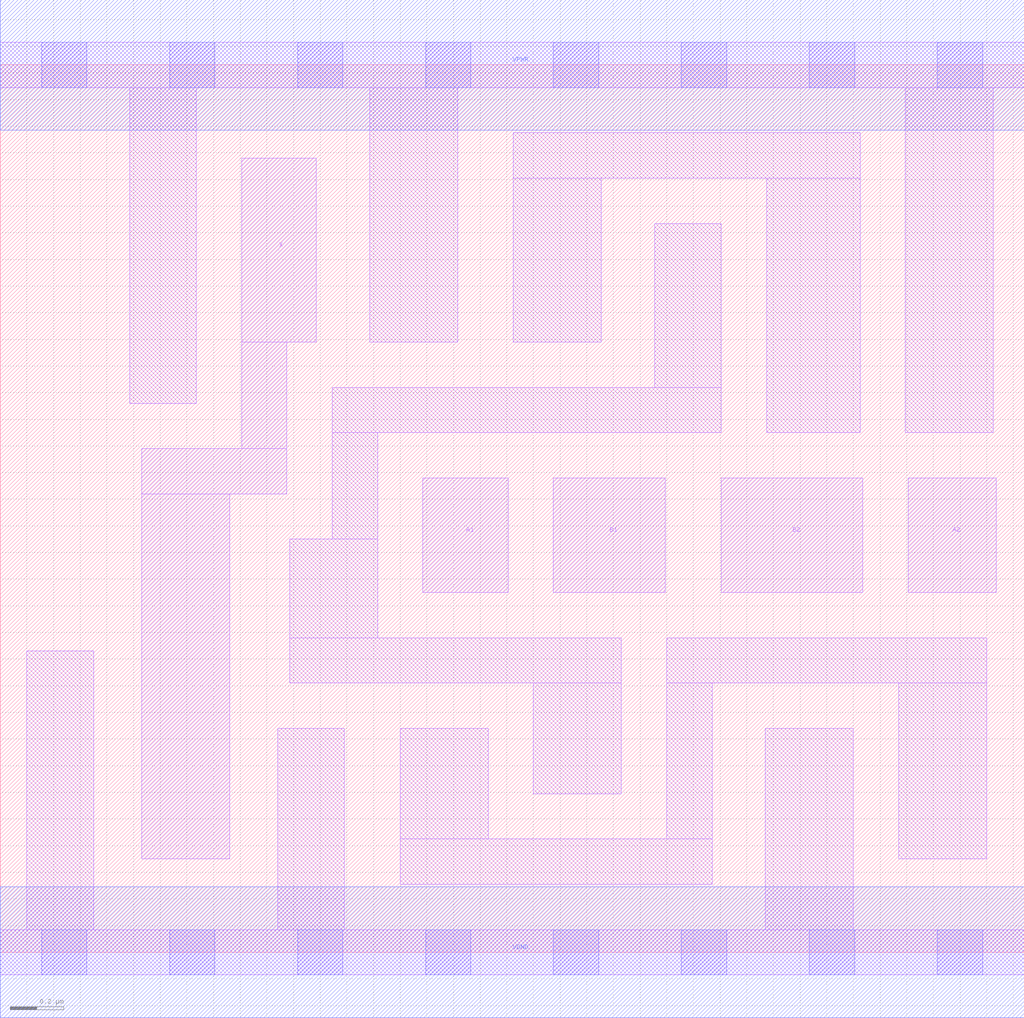
<source format=lef>
# Copyright 2020 The SkyWater PDK Authors
#
# Licensed under the Apache License, Version 2.0 (the "License");
# you may not use this file except in compliance with the License.
# You may obtain a copy of the License at
#
#     https://www.apache.org/licenses/LICENSE-2.0
#
# Unless required by applicable law or agreed to in writing, software
# distributed under the License is distributed on an "AS IS" BASIS,
# WITHOUT WARRANTIES OR CONDITIONS OF ANY KIND, either express or implied.
# See the License for the specific language governing permissions and
# limitations under the License.
#
# SPDX-License-Identifier: Apache-2.0

VERSION 5.5 ;
NAMESCASESENSITIVE ON ;
BUSBITCHARS "[]" ;
DIVIDERCHAR "/" ;
MACRO sky130_fd_sc_ls__a22o_2
  CLASS CORE ;
  SOURCE USER ;
  ORIGIN  0.000000  0.000000 ;
  SIZE  3.840000 BY  3.330000 ;
  SYMMETRY X Y ;
  SITE unit ;
  PIN A1
    ANTENNAGATEAREA  0.261000 ;
    DIRECTION INPUT ;
    USE SIGNAL ;
    PORT
      LAYER li1 ;
        RECT 1.585000 1.350000 1.905000 1.780000 ;
    END
  END A1
  PIN A2
    ANTENNAGATEAREA  0.261000 ;
    DIRECTION INPUT ;
    USE SIGNAL ;
    PORT
      LAYER li1 ;
        RECT 3.405000 1.350000 3.735000 1.780000 ;
    END
  END A2
  PIN B1
    ANTENNAGATEAREA  0.261000 ;
    DIRECTION INPUT ;
    USE SIGNAL ;
    PORT
      LAYER li1 ;
        RECT 2.075000 1.350000 2.495000 1.780000 ;
    END
  END B1
  PIN B2
    ANTENNAGATEAREA  0.261000 ;
    DIRECTION INPUT ;
    USE SIGNAL ;
    PORT
      LAYER li1 ;
        RECT 2.705000 1.350000 3.235000 1.780000 ;
    END
  END B2
  PIN X
    ANTENNADIFFAREA  0.543200 ;
    DIRECTION OUTPUT ;
    USE SIGNAL ;
    PORT
      LAYER li1 ;
        RECT 0.530000 0.350000 0.860000 1.720000 ;
        RECT 0.530000 1.720000 1.075000 1.890000 ;
        RECT 0.905000 1.890000 1.075000 2.290000 ;
        RECT 0.905000 2.290000 1.185000 2.980000 ;
    END
  END X
  PIN VGND
    DIRECTION INOUT ;
    SHAPE ABUTMENT ;
    USE GROUND ;
    PORT
      LAYER met1 ;
        RECT 0.000000 -0.245000 3.840000 0.245000 ;
    END
  END VGND
  PIN VNB
    DIRECTION INOUT ;
    USE GROUND ;
    PORT
    END
  END VNB
  PIN VPB
    DIRECTION INOUT ;
    USE POWER ;
    PORT
    END
  END VPB
  PIN VPWR
    DIRECTION INOUT ;
    SHAPE ABUTMENT ;
    USE POWER ;
    PORT
      LAYER met1 ;
        RECT 0.000000 3.085000 3.840000 3.575000 ;
    END
  END VPWR
  OBS
    LAYER li1 ;
      RECT 0.000000 -0.085000 3.840000 0.085000 ;
      RECT 0.000000  3.245000 3.840000 3.415000 ;
      RECT 0.100000  0.085000 0.350000 1.130000 ;
      RECT 0.485000  2.060000 0.735000 3.245000 ;
      RECT 1.040000  0.085000 1.290000 0.840000 ;
      RECT 1.085000  1.010000 2.330000 1.180000 ;
      RECT 1.085000  1.180000 1.415000 1.550000 ;
      RECT 1.245000  1.550000 1.415000 1.950000 ;
      RECT 1.245000  1.950000 2.705000 2.120000 ;
      RECT 1.385000  2.290000 1.715000 3.245000 ;
      RECT 1.500000  0.255000 2.670000 0.425000 ;
      RECT 1.500000  0.425000 1.830000 0.840000 ;
      RECT 1.925000  2.290000 2.255000 2.905000 ;
      RECT 1.925000  2.905000 3.225000 3.075000 ;
      RECT 2.000000  0.595000 2.330000 1.010000 ;
      RECT 2.455000  2.120000 2.705000 2.735000 ;
      RECT 2.500000  0.425000 2.670000 1.010000 ;
      RECT 2.500000  1.010000 3.700000 1.180000 ;
      RECT 2.870000  0.085000 3.200000 0.840000 ;
      RECT 2.875000  1.950000 3.225000 2.905000 ;
      RECT 3.370000  0.350000 3.700000 1.010000 ;
      RECT 3.395000  1.950000 3.725000 3.245000 ;
    LAYER mcon ;
      RECT 0.155000 -0.085000 0.325000 0.085000 ;
      RECT 0.155000  3.245000 0.325000 3.415000 ;
      RECT 0.635000 -0.085000 0.805000 0.085000 ;
      RECT 0.635000  3.245000 0.805000 3.415000 ;
      RECT 1.115000 -0.085000 1.285000 0.085000 ;
      RECT 1.115000  3.245000 1.285000 3.415000 ;
      RECT 1.595000 -0.085000 1.765000 0.085000 ;
      RECT 1.595000  3.245000 1.765000 3.415000 ;
      RECT 2.075000 -0.085000 2.245000 0.085000 ;
      RECT 2.075000  3.245000 2.245000 3.415000 ;
      RECT 2.555000 -0.085000 2.725000 0.085000 ;
      RECT 2.555000  3.245000 2.725000 3.415000 ;
      RECT 3.035000 -0.085000 3.205000 0.085000 ;
      RECT 3.035000  3.245000 3.205000 3.415000 ;
      RECT 3.515000 -0.085000 3.685000 0.085000 ;
      RECT 3.515000  3.245000 3.685000 3.415000 ;
  END
END sky130_fd_sc_ls__a22o_2
END LIBRARY

</source>
